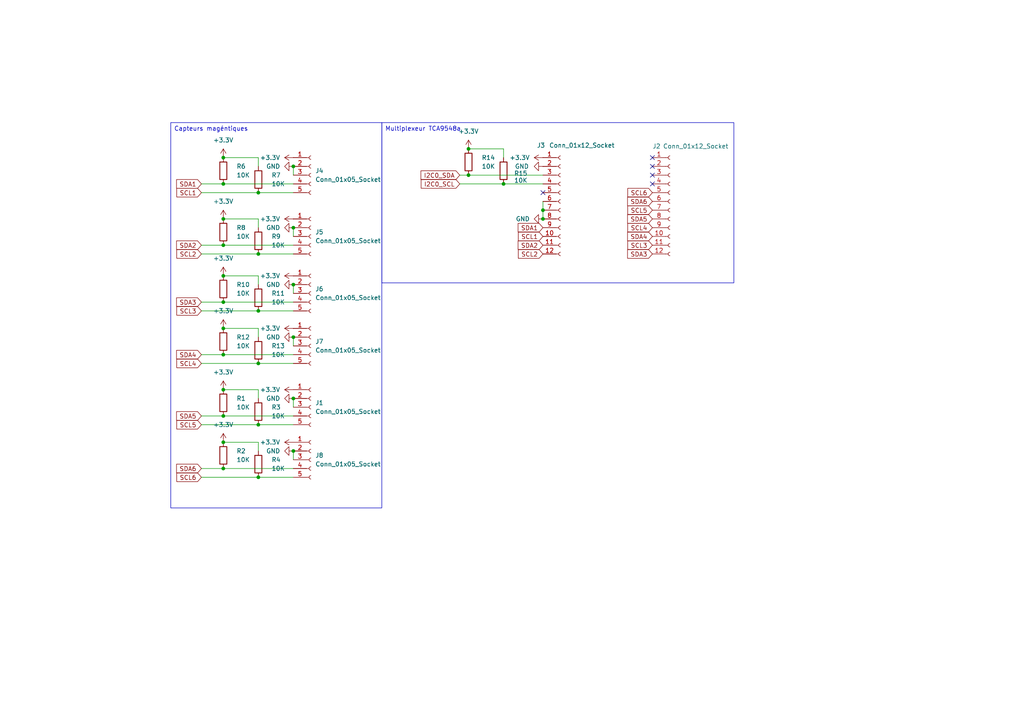
<source format=kicad_sch>
(kicad_sch (version 20250114) (generator "eeschema") (generator_version "9.0")
  (paper "A4")
  (lib_symbols
    (symbol "Connector:Conn_01x05_Socket" (pin_names (offset 1.016) (hide yes))
      (property "Reference" "J" (at 0 7.62 0))
      (property "Value" "Conn_01x05_Socket" (at 0 -7.62 0))
      (symbol "Conn_01x05_Socket_1_1"
        (polyline (pts (xy -1.27 5.08) (xy -0.508 5.08)) (stroke (width 0.1524)))
        (polyline (pts (xy -1.27 2.54) (xy -0.508 2.54)) (stroke (width 0.1524)))
        (polyline (pts (xy -1.27 0) (xy -0.508 0)) (stroke (width 0.1524)))
        (polyline (pts (xy -1.27 -2.54) (xy -0.508 -2.54)) (stroke (width 0.1524)))
        (polyline (pts (xy -1.27 -5.08) (xy -0.508 -5.08)) (stroke (width 0.1524)))
        (arc (start 0 4.572) (mid -0.5058 5.08) (end 0 5.588) (stroke (width 0.1524)))
        (arc (start 0 2.032) (mid -0.5058 2.54) (end 0 3.048) (stroke (width 0.1524)))
        (arc (start 0 -0.508) (mid -0.5058 0) (end 0 0.508) (stroke (width 0.1524)))
        (arc (start 0 -3.048) (mid -0.5058 -2.54) (end 0 -2.032) (stroke (width 0.1524)))
        (arc (start 0 -5.588) (mid -0.5058 -5.08) (end 0 -4.572) (stroke (width 0.1524)))
        (pin passive line (at -5.08 5.08 0) (length 3.81) (name "Pin_1") (number "1"))
        (pin passive line (at -5.08 2.54 0) (length 3.81) (name "Pin_2") (number "2"))
        (pin passive line (at -5.08 0 0) (length 3.81) (name "Pin_3") (number "3"))
        (pin passive line (at -5.08 -2.54 0) (length 3.81) (name "Pin_4") (number "4"))
        (pin passive line (at -5.08 -5.08 0) (length 3.81) (name "Pin_5") (number "5"))
      )
    )
    (symbol "Connector:Conn_01x12_Socket" (pin_names (offset 1.016) (hide yes))
      (property "Reference" "J" (at 0 15.24 0))
      (property "Value" "Conn_01x12_Socket" (at 0 -17.78 0))
      (symbol "Conn_01x12_Socket_1_1"
        (polyline (pts (xy -1.27 12.7) (xy -0.508 12.7)) (stroke (width 0.1524)))
        (polyline (pts (xy -1.27 10.16) (xy -0.508 10.16)) (stroke (width 0.1524)))
        (polyline (pts (xy -1.27 7.62) (xy -0.508 7.62)) (stroke (width 0.1524)))
        (polyline (pts (xy -1.27 5.08) (xy -0.508 5.08)) (stroke (width 0.1524)))
        (polyline (pts (xy -1.27 2.54) (xy -0.508 2.54)) (stroke (width 0.1524)))
        (polyline (pts (xy -1.27 0) (xy -0.508 0)) (stroke (width 0.1524)))
        (polyline (pts (xy -1.27 -2.54) (xy -0.508 -2.54)) (stroke (width 0.1524)))
        (polyline (pts (xy -1.27 -5.08) (xy -0.508 -5.08)) (stroke (width 0.1524)))
        (polyline (pts (xy -1.27 -7.62) (xy -0.508 -7.62)) (stroke (width 0.1524)))
        (polyline (pts (xy -1.27 -10.16) (xy -0.508 -10.16)) (stroke (width 0.1524)))
        (polyline (pts (xy -1.27 -12.7) (xy -0.508 -12.7)) (stroke (width 0.1524)))
        (polyline (pts (xy -1.27 -15.24) (xy -0.508 -15.24)) (stroke (width 0.1524)))
        (arc (start 0 12.192) (mid -0.5058 12.7) (end 0 13.208) (stroke (width 0.1524)))
        (arc (start 0 9.652) (mid -0.5058 10.16) (end 0 10.668) (stroke (width 0.1524)))
        (arc (start 0 7.112) (mid -0.5058 7.62) (end 0 8.128) (stroke (width 0.1524)))
        (arc (start 0 4.572) (mid -0.5058 5.08) (end 0 5.588) (stroke (width 0.1524)))
        (arc (start 0 2.032) (mid -0.5058 2.54) (end 0 3.048) (stroke (width 0.1524)))
        (arc (start 0 -0.508) (mid -0.5058 0) (end 0 0.508) (stroke (width 0.1524)))
        (arc (start 0 -3.048) (mid -0.5058 -2.54) (end 0 -2.032) (stroke (width 0.1524)))
        (arc (start 0 -5.588) (mid -0.5058 -5.08) (end 0 -4.572) (stroke (width 0.1524)))
        (arc (start 0 -8.128) (mid -0.5058 -7.62) (end 0 -7.112) (stroke (width 0.1524)))
        (arc (start 0 -10.668) (mid -0.5058 -10.16) (end 0 -9.652) (stroke (width 0.1524)))
        (arc (start 0 -13.208) (mid -0.5058 -12.7) (end 0 -12.192) (stroke (width 0.1524)))
        (arc (start 0 -15.748) (mid -0.5058 -15.24) (end 0 -14.732) (stroke (width 0.1524)))
        (pin passive line (at -5.08 12.7 0) (length 3.81) (name "Pin_1") (number "1"))
        (pin passive line (at -5.08 10.16 0) (length 3.81) (name "Pin_2") (number "2"))
        (pin passive line (at -5.08 7.62 0) (length 3.81) (name "Pin_3") (number "3"))
        (pin passive line (at -5.08 5.08 0) (length 3.81) (name "Pin_4") (number "4"))
        (pin passive line (at -5.08 2.54 0) (length 3.81) (name "Pin_5") (number "5"))
        (pin passive line (at -5.08 0 0) (length 3.81) (name "Pin_6") (number "6"))
        (pin passive line (at -5.08 -2.54 0) (length 3.81) (name "Pin_7") (number "7"))
        (pin passive line (at -5.08 -5.08 0) (length 3.81) (name "Pin_8") (number "8"))
        (pin passive line (at -5.08 -7.62 0) (length 3.81) (name "Pin_9") (number "9"))
        (pin passive line (at -5.08 -10.16 0) (length 3.81) (name "Pin_10") (number "10"))
        (pin passive line (at -5.08 -12.7 0) (length 3.81) (name "Pin_11") (number "11"))
        (pin passive line (at -5.08 -15.24 0) (length 3.81) (name "Pin_12") (number "12"))
      )
    )
    (symbol "Device:R" (pin_numbers (hide yes)) (pin_names (offset 0))
      (property "Reference" "R" (at 2.032 0 90))
      (property "Value" "R" (at 0 0 90))
      (symbol "R_0_1"
        (rectangle (start -1.016 -2.54) (end 1.016 2.54) (stroke (width 0.254)))
      )
      (symbol "R_1_1"
        (pin passive line (at 0 3.81 270) (length 1.27) (name "~") (number "1"))
        (pin passive line (at 0 -3.81 90) (length 1.27) (name "~") (number "2"))
      )
    )
    (symbol "power:+3.3V" (power) (pin_numbers (hide yes)) (pin_names (offset 0) (hide yes))
      (property "Value" "+3.3V" (at 0 3.556 0))
      (symbol "+3.3V_0_1"
        (polyline (pts (xy -0.762 1.27) (xy 0 2.54)))
        (polyline (pts (xy 0 2.54) (xy 0.762 1.27)))
        (polyline (pts (xy 0 0) (xy 0 2.54)))
      )
      (symbol "+3.3V_1_1"
        (pin power_in line (at 0 0 90) (length 0) (name "~") (number "1"))
      )
    )
    (symbol "power:GND" (power) (pin_numbers (hide yes)) (pin_names (offset 0) (hide yes))
      (property "Value" "GND" (at 0 -3.81 0))
      (symbol "GND_0_1"
        (polyline (pts (xy 0 0) (xy 0 -1.27) (xy 1.27 -1.27) (xy 0 -2.54) (xy -1.27 -1.27) (xy 0 -1.27)))
      )
      (symbol "GND_1_1"
        (pin power_in line (at 0 0 270) (length 0) (name "~") (number "1"))
      )
    )
  )
  (text_box "Multiplexeur TCA9548a" (at 110.744 35.56 0) (size 102.108 46.482) (margins 0.9525 0.9525 0.9525 0.9525) (effects (font (size 1.27 1.27)) (justify left top)))
  (text_box "Capteurs magéntiques" (at 49.53 35.56 0) (size 61.214 111.76) (margins 0.9525 0.9525 0.9525 0.9525) (effects (font (size 1.27 1.27)) (justify left top)))
  (junction (at 64.77 45.72))
  (junction (at 74.93 55.88))
  (junction (at 85.09 130.81))
  (junction (at 74.93 73.66))
  (junction (at 74.93 90.17))
  (junction (at 74.93 123.19))
  (junction (at 64.77 53.34))
  (junction (at 64.77 120.65))
  (junction (at 85.09 82.55))
  (junction (at 64.77 135.89))
  (junction (at 85.09 115.57))
  (junction (at 64.77 95.25))
  (junction (at 135.89 43.18))
  (junction (at 64.77 102.87))
  (junction (at 146.05 53.34))
  (junction (at 85.09 48.26))
  (junction (at 64.77 80.01))
  (junction (at 64.77 128.27))
  (junction (at 85.09 97.79))
  (junction (at 85.09 66.04))
  (junction (at 64.77 71.12))
  (junction (at 74.93 105.41))
  (junction (at 157.48 60.96))
  (junction (at 135.89 50.8))
  (junction (at 64.77 87.63))
  (junction (at 64.77 113.03))
  (junction (at 157.48 63.5))
  (junction (at 64.77 63.5))
  (junction (at 74.93 138.43))
  (no_connect (at 189.23 48.26))
  (no_connect (at 189.23 50.8))
  (no_connect (at 157.48 55.88))
  (no_connect (at 189.23 45.72))
  (no_connect (at 189.23 53.34))
  (wire (pts (xy 58.42 105.41) (xy 74.93 105.41)))
  (wire (pts (xy 58.42 90.17) (xy 74.93 90.17)))
  (wire (pts (xy 85.09 97.79) (xy 85.09 100.33)))
  (wire (pts (xy 74.93 138.43) (xy 85.09 138.43)))
  (wire (pts (xy 64.77 87.63) (xy 85.09 87.63)))
  (wire (pts (xy 85.09 82.55) (xy 85.09 85.09)))
  (wire (pts (xy 74.93 105.41) (xy 85.09 105.41)))
  (wire (pts (xy 157.48 60.96) (xy 157.48 63.5)))
  (wire (pts (xy 58.42 87.63) (xy 64.77 87.63)))
  (wire (pts (xy 157.48 58.42) (xy 157.48 60.96)))
  (wire (pts (xy 64.77 53.34) (xy 85.09 53.34)))
  (wire (pts (xy 64.77 128.27) (xy 74.93 128.27)))
  (wire (pts (xy 85.09 66.04) (xy 85.09 68.58)))
  (wire (pts (xy 85.09 130.81) (xy 85.09 133.35)))
  (wire (pts (xy 74.93 113.03) (xy 74.93 115.57)))
  (wire (pts (xy 74.93 128.27) (xy 74.93 130.81)))
  (wire (pts (xy 64.77 63.5) (xy 74.93 63.5)))
  (wire (pts (xy 64.77 102.87) (xy 85.09 102.87)))
  (wire (pts (xy 58.42 102.87) (xy 64.77 102.87)))
  (wire (pts (xy 64.77 120.65) (xy 85.09 120.65)))
  (wire (pts (xy 133.35 50.8) (xy 135.89 50.8)))
  (wire (pts (xy 58.42 55.88) (xy 74.93 55.88)))
  (wire (pts (xy 74.93 55.88) (xy 85.09 55.88)))
  (wire (pts (xy 146.05 53.34) (xy 157.48 53.34)))
  (wire (pts (xy 74.93 95.25) (xy 74.93 97.79)))
  (wire (pts (xy 58.42 123.19) (xy 74.93 123.19)))
  (wire (pts (xy 85.09 115.57) (xy 85.09 118.11)))
  (wire (pts (xy 58.42 138.43) (xy 74.93 138.43)))
  (wire (pts (xy 64.77 45.72) (xy 74.93 45.72)))
  (wire (pts (xy 64.77 71.12) (xy 85.09 71.12)))
  (wire (pts (xy 58.42 53.34) (xy 64.77 53.34)))
  (wire (pts (xy 74.93 123.19) (xy 85.09 123.19)))
  (wire (pts (xy 58.42 120.65) (xy 64.77 120.65)))
  (wire (pts (xy 133.35 53.34) (xy 146.05 53.34)))
  (wire (pts (xy 74.93 45.72) (xy 74.93 48.26)))
  (wire (pts (xy 146.05 43.18) (xy 146.05 45.72)))
  (wire (pts (xy 58.42 71.12) (xy 64.77 71.12)))
  (wire (pts (xy 64.77 80.01) (xy 74.93 80.01)))
  (wire (pts (xy 64.77 135.89) (xy 85.09 135.89)))
  (wire (pts (xy 74.93 90.17) (xy 85.09 90.17)))
  (wire (pts (xy 64.77 113.03) (xy 74.93 113.03)))
  (wire (pts (xy 74.93 80.01) (xy 74.93 82.55)))
  (wire (pts (xy 85.09 48.26) (xy 85.09 50.8)))
  (wire (pts (xy 58.42 73.66) (xy 74.93 73.66)))
  (wire (pts (xy 74.93 73.66) (xy 85.09 73.66)))
  (wire (pts (xy 58.42 135.89) (xy 64.77 135.89)))
  (wire (pts (xy 74.93 63.5) (xy 74.93 66.04)))
  (wire (pts (xy 64.77 95.25) (xy 74.93 95.25)))
  (wire (pts (xy 135.89 43.18) (xy 146.05 43.18)))
  (wire (pts (xy 135.89 50.8) (xy 157.48 50.8)))
  (global_label "SCL5" (shape input) (at 189.23 60.96 180) (property "Intersheetrefs" "${INTERSHEET_REFS}" (effects (hide yes))))
  (global_label "SDA3" (shape input) (at 58.42 87.63 180) (property "Intersheetrefs" "${INTERSHEET_REFS}" (effects (hide yes))))
  (global_label "SCL3" (shape input) (at 58.42 90.17 180) (property "Intersheetrefs" "${INTERSHEET_REFS}" (effects (hide yes))))
  (global_label "SDA6" (shape input) (at 58.42 135.89 180) (property "Intersheetrefs" "${INTERSHEET_REFS}" (effects (hide yes))))
  (global_label "SDA4" (shape input) (at 189.23 68.58 180) (property "Intersheetrefs" "${INTERSHEET_REFS}" (effects (hide yes))))
  (global_label "SCL2" (shape input) (at 157.48 73.66 180) (property "Intersheetrefs" "${INTERSHEET_REFS}" (effects (hide yes))))
  (global_label "I2C0_SDA" (shape input) (at 133.35 50.8 180) (property "Intersheetrefs" "${INTERSHEET_REFS}" (effects (hide yes))))
  (global_label "SCL4" (shape input) (at 189.23 66.04 180) (property "Intersheetrefs" "${INTERSHEET_REFS}" (effects (hide yes))))
  (global_label "SCL5" (shape input) (at 58.42 123.19 180) (property "Intersheetrefs" "${INTERSHEET_REFS}" (effects (hide yes))))
  (global_label "I2C0_SCL" (shape input) (at 133.35 53.34 180) (property "Intersheetrefs" "${INTERSHEET_REFS}" (effects (hide yes))))
  (global_label "SCL1" (shape input) (at 157.48 68.58 180) (property "Intersheetrefs" "${INTERSHEET_REFS}" (effects (hide yes))))
  (global_label "SDA4" (shape input) (at 58.42 102.87 180) (property "Intersheetrefs" "${INTERSHEET_REFS}" (effects (hide yes))))
  (global_label "SDA2" (shape input) (at 58.42 71.12 180) (property "Intersheetrefs" "${INTERSHEET_REFS}" (effects (hide yes))))
  (global_label "SDA6" (shape input) (at 189.23 58.42 180) (property "Intersheetrefs" "${INTERSHEET_REFS}" (effects (hide yes))))
  (global_label "SDA5" (shape input) (at 189.23 63.5 180) (property "Intersheetrefs" "${INTERSHEET_REFS}" (effects (hide yes))))
  (global_label "SCL6" (shape input) (at 189.23 55.88 180) (property "Intersheetrefs" "${INTERSHEET_REFS}" (effects (hide yes))))
  (global_label "SCL6" (shape input) (at 58.42 138.43 180) (property "Intersheetrefs" "${INTERSHEET_REFS}" (effects (hide yes))))
  (global_label "SDA3" (shape input) (at 189.23 73.66 180) (property "Intersheetrefs" "${INTERSHEET_REFS}" (effects (hide yes))))
  (global_label "SCL3" (shape input) (at 189.23 71.12 180) (property "Intersheetrefs" "${INTERSHEET_REFS}" (effects (hide yes))))
  (global_label "SDA2" (shape input) (at 157.48 71.12 180) (property "Intersheetrefs" "${INTERSHEET_REFS}" (effects (hide yes))))
  (global_label "SDA1" (shape input) (at 58.42 53.34 180) (property "Intersheetrefs" "${INTERSHEET_REFS}" (effects (hide yes))))
  (global_label "SCL1" (shape input) (at 58.42 55.88 180) (property "Intersheetrefs" "${INTERSHEET_REFS}" (effects (hide yes))))
  (global_label "SDA1" (shape input) (at 157.48 66.04 180) (property "Intersheetrefs" "${INTERSHEET_REFS}" (effects (hide yes))))
  (global_label "SCL2" (shape input) (at 58.42 73.66 180) (property "Intersheetrefs" "${INTERSHEET_REFS}" (effects (hide yes))))
  (global_label "SCL4" (shape input) (at 58.42 105.41 180) (property "Intersheetrefs" "${INTERSHEET_REFS}" (effects (hide yes))))
  (global_label "SDA5" (shape input) (at 58.42 120.65 180) (property "Intersheetrefs" "${INTERSHEET_REFS}" (effects (hide yes))))
  (symbol (lib_id "power:GND") (at 85.09 130.81 270) (unit 1)
    (property "Reference" "#PWR017" (effects (hide yes)))
    (property "Value" "GND" (at 81.28 130.8099 90) (effects (justify right)))
    (property "Description" "Power symbol creates a global label with name \"GND\" , ground" (effects (hide yes)))
  )
  (symbol (lib_id "power:+3.3V") (at 157.48 45.72 90) (unit 1)
    (property "Reference" "#PWR05" (effects (hide yes)))
    (property "Value" "+3.3V" (at 153.67 45.7199 90) (effects (justify left)))
    (property "Description" "Power symbol creates a global label with name \"+3.3V\"" (effects (hide yes)))
  )
  (symbol (lib_id "Device:R") (at 64.77 67.31 0) (unit 1)
    (property "Reference" "R8" (at 68.58 66.0399 0) (effects (justify left)))
    (property "Value" "10K" (at 68.58 68.5799 0) (effects (justify left)))
    (property "Footprint" "Resistor_SMD:R_1206_3216Metric" (effects (hide yes)))
    (property "Description" "Resistor" (effects (hide yes)))
  )
  (symbol (lib_id "power:+3.3V") (at 64.77 63.5 0) (unit 1)
    (property "Reference" "#PWR031" (effects (hide yes)))
    (property "Value" "+3.3V" (at 64.77 58.42 0))
    (property "Description" "Power symbol creates a global label with name \"+3.3V\"" (effects (hide yes)))
  )
  (symbol (lib_id "power:+3.3V") (at 85.09 80.01 90) (unit 1)
    (property "Reference" "#PWR010" (effects (hide yes)))
    (property "Value" "+3.3V" (at 81.28 80.0099 90) (effects (justify left)))
    (property "Description" "Power symbol creates a global label with name \"+3.3V\"" (effects (hide yes)))
  )
  (symbol (lib_id "power:GND") (at 85.09 115.57 270) (unit 1)
    (property "Reference" "#PWR015" (effects (hide yes)))
    (property "Value" "GND" (at 81.28 115.5699 90) (effects (justify right)))
    (property "Description" "Power symbol creates a global label with name \"GND\" , ground" (effects (hide yes)))
  )
  (symbol (lib_id "power:GND") (at 85.09 82.55 270) (unit 1)
    (property "Reference" "#PWR011" (effects (hide yes)))
    (property "Value" "GND" (at 81.28 82.5499 90) (effects (justify right)))
    (property "Description" "Power symbol creates a global label with name \"GND\" , ground" (effects (hide yes)))
  )
  (symbol (lib_id "Device:R") (at 74.93 134.62 0) (unit 1)
    (property "Reference" "R4" (at 78.74 133.3499 0) (effects (justify left)))
    (property "Value" "10K" (at 78.74 135.8899 0) (effects (justify left)))
    (property "Footprint" "Resistor_SMD:R_1206_3216Metric" (effects (hide yes)))
    (property "Description" "Resistor" (effects (hide yes)))
  )
  (symbol (lib_id "Connector:Conn_01x05_Socket") (at 90.17 85.09 0) (unit 1)
    (property "Reference" "J6" (at 91.44 83.8199 0) (effects (justify left)))
    (property "Value" "Conn_01x05_Socket" (at 91.44 86.3599 0) (effects (justify left)))
    (property "Footprint" "Connector_JST:JST_EH_B5B-EH-A_1x05_P2.50mm_Vertical" (effects (hide yes)))
    (property "Description" "Generic connector, single row, 01x05, script generated" (effects (hide yes)))
  )
  (symbol (lib_id "power:GND") (at 157.48 63.5 270) (unit 1)
    (property "Reference" "#PWR03" (effects (hide yes)))
    (property "Value" "GND" (at 153.67 63.4999 90) (effects (justify right)))
    (property "Description" "Power symbol creates a global label with name \"GND\" , ground" (effects (hide yes)))
  )
  (symbol (lib_id "Device:R") (at 135.89 46.99 0) (unit 1)
    (property "Reference" "R14" (at 139.7 45.7199 0) (effects (justify left)))
    (property "Value" "10K" (at 139.7 48.2599 0) (effects (justify left)))
    (property "Footprint" "Resistor_SMD:R_1206_3216Metric" (effects (hide yes)))
    (property "Description" "Resistor" (effects (hide yes)))
  )
  (symbol (lib_id "power:+3.3V") (at 85.09 45.72 90) (unit 1)
    (property "Reference" "#PWR06" (effects (hide yes)))
    (property "Value" "+3.3V" (at 81.28 45.7199 90) (effects (justify left)))
    (property "Description" "Power symbol creates a global label with name \"+3.3V\"" (effects (hide yes)))
  )
  (symbol (lib_id "power:+3.3V") (at 64.77 45.72 0) (unit 1)
    (property "Reference" "#PWR030" (effects (hide yes)))
    (property "Value" "+3.3V" (at 64.77 40.64 0))
    (property "Description" "Power symbol creates a global label with name \"+3.3V\"" (effects (hide yes)))
  )
  (symbol (lib_id "Connector:Conn_01x12_Socket") (at 194.31 58.42 0) (unit 1)
    (property "Reference" "J2" (at 189.23 42.418 0) (effects (justify left)))
    (property "Value" "Conn_01x12_Socket" (at 192.278 42.418 0) (effects (justify left)))
    (property "Footprint" "Connector_PinHeader_2.54mm:PinHeader_1x12_P2.54mm_Vertical" (effects (hide yes)))
    (property "Description" "Generic connector, single row, 01x12, script generated" (effects (hide yes)))
  )
  (symbol (lib_id "power:+3.3V") (at 64.77 80.01 0) (unit 1)
    (property "Reference" "#PWR032" (effects (hide yes)))
    (property "Value" "+3.3V" (at 64.77 74.93 0))
    (property "Description" "Power symbol creates a global label with name \"+3.3V\"" (effects (hide yes)))
  )
  (symbol (lib_id "Connector:Conn_01x05_Socket") (at 90.17 118.11 0) (unit 1)
    (property "Reference" "J1" (at 91.44 116.8399 0) (effects (justify left)))
    (property "Value" "Conn_01x05_Socket" (at 91.44 119.3799 0) (effects (justify left)))
    (property "Footprint" "Connector_JST:JST_EH_B5B-EH-A_1x05_P2.50mm_Vertical" (effects (hide yes)))
    (property "Description" "Generic connector, single row, 01x05, script generated" (effects (hide yes)))
  )
  (symbol (lib_id "power:+3.3V") (at 64.77 95.25 0) (unit 1)
    (property "Reference" "#PWR033" (effects (hide yes)))
    (property "Value" "+3.3V" (at 64.77 90.17 0))
    (property "Description" "Power symbol creates a global label with name \"+3.3V\"" (effects (hide yes)))
  )
  (symbol (lib_id "power:+3.3V") (at 64.77 128.27 0) (unit 1)
    (property "Reference" "#PWR02" (effects (hide yes)))
    (property "Value" "+3.3V" (at 64.77 123.19 0))
    (property "Description" "Power symbol creates a global label with name \"+3.3V\"" (effects (hide yes)))
  )
  (symbol (lib_id "power:+3.3V") (at 64.77 113.03 0) (unit 1)
    (property "Reference" "#PWR01" (effects (hide yes)))
    (property "Value" "+3.3V" (at 64.77 107.95 0))
    (property "Description" "Power symbol creates a global label with name \"+3.3V\"" (effects (hide yes)))
  )
  (symbol (lib_id "Device:R") (at 64.77 99.06 0) (unit 1)
    (property "Reference" "R12" (at 68.58 97.7899 0) (effects (justify left)))
    (property "Value" "10K" (at 68.58 100.3299 0) (effects (justify left)))
    (property "Footprint" "Resistor_SMD:R_1206_3216Metric" (effects (hide yes)))
    (property "Description" "Resistor" (effects (hide yes)))
  )
  (symbol (lib_id "power:GND") (at 85.09 66.04 270) (unit 1)
    (property "Reference" "#PWR09" (effects (hide yes)))
    (property "Value" "GND" (at 81.28 66.0399 90) (effects (justify right)))
    (property "Description" "Power symbol creates a global label with name \"GND\" , ground" (effects (hide yes)))
  )
  (symbol (lib_id "Connector:Conn_01x05_Socket") (at 90.17 50.8 0) (unit 1)
    (property "Reference" "J4" (at 91.44 49.5299 0) (effects (justify left)))
    (property "Value" "Conn_01x05_Socket" (at 91.44 52.0699 0) (effects (justify left)))
    (property "Footprint" "Connector_JST:JST_EH_B5B-EH-A_1x05_P2.50mm_Vertical" (effects (hide yes)))
    (property "Description" "Generic connector, single row, 01x05, script generated" (effects (hide yes)))
  )
  (symbol (lib_id "Connector:Conn_01x12_Socket") (at 162.56 58.42 0) (unit 1)
    (property "Reference" "J3" (at 155.702 42.164 0) (effects (justify left)))
    (property "Value" "Conn_01x12_Socket" (at 159.258 42.164 0) (effects (justify left)))
    (property "Footprint" "Connector_PinHeader_2.54mm:PinHeader_1x12_P2.54mm_Vertical" (effects (hide yes)))
    (property "Description" "Generic connector, single row, 01x12, script generated" (effects (hide yes)))
  )
  (symbol (lib_id "power:+3.3V") (at 85.09 63.5 90) (unit 1)
    (property "Reference" "#PWR08" (effects (hide yes)))
    (property "Value" "+3.3V" (at 81.28 63.4999 90) (effects (justify left)))
    (property "Description" "Power symbol creates a global label with name \"+3.3V\"" (effects (hide yes)))
  )
  (symbol (lib_id "Connector:Conn_01x05_Socket") (at 90.17 100.33 0) (unit 1)
    (property "Reference" "J7" (at 91.44 99.0599 0) (effects (justify left)))
    (property "Value" "Conn_01x05_Socket" (at 91.44 101.5999 0) (effects (justify left)))
    (property "Footprint" "Connector_JST:JST_EH_B5B-EH-A_1x05_P2.50mm_Vertical" (effects (hide yes)))
    (property "Description" "Generic connector, single row, 01x05, script generated" (effects (hide yes)))
  )
  (symbol (lib_id "Device:R") (at 74.93 119.38 0) (unit 1)
    (property "Reference" "R3" (at 78.74 118.1099 0) (effects (justify left)))
    (property "Value" "10K" (at 78.74 120.6499 0) (effects (justify left)))
    (property "Footprint" "Resistor_SMD:R_1206_3216Metric" (effects (hide yes)))
    (property "Description" "Resistor" (effects (hide yes)))
  )
  (symbol (lib_id "power:GND") (at 85.09 97.79 270) (unit 1)
    (property "Reference" "#PWR013" (effects (hide yes)))
    (property "Value" "GND" (at 81.28 97.7899 90) (effects (justify right)))
    (property "Description" "Power symbol creates a global label with name \"GND\" , ground" (effects (hide yes)))
  )
  (symbol (lib_id "power:GND") (at 157.48 48.26 270) (unit 1)
    (property "Reference" "#PWR04" (effects (hide yes)))
    (property "Value" "GND" (at 153.416 48.26 90) (effects (justify right)))
    (property "Description" "Power symbol creates a global label with name \"GND\" , ground" (effects (hide yes)))
  )
  (symbol (lib_id "Device:R") (at 74.93 69.85 0) (unit 1)
    (property "Reference" "R9" (at 78.74 68.5799 0) (effects (justify left)))
    (property "Value" "10K" (at 78.74 71.1199 0) (effects (justify left)))
    (property "Footprint" "Resistor_SMD:R_1206_3216Metric" (effects (hide yes)))
    (property "Description" "Resistor" (effects (hide yes)))
  )
  (symbol (lib_id "Connector:Conn_01x05_Socket") (at 90.17 133.35 0) (unit 1)
    (property "Reference" "J8" (at 91.44 132.0799 0) (effects (justify left)))
    (property "Value" "Conn_01x05_Socket" (at 91.44 134.6199 0) (effects (justify left)))
    (property "Footprint" "Connector_JST:JST_EH_B5B-EH-A_1x05_P2.50mm_Vertical" (effects (hide yes)))
    (property "Description" "Generic connector, single row, 01x05, script generated" (effects (hide yes)))
  )
  (symbol (lib_id "Device:R") (at 74.93 86.36 0) (unit 1)
    (property "Reference" "R11" (at 78.74 85.0899 0) (effects (justify left)))
    (property "Value" "10K" (at 78.74 87.6299 0) (effects (justify left)))
    (property "Footprint" "Resistor_SMD:R_1206_3216Metric" (effects (hide yes)))
    (property "Description" "Resistor" (effects (hide yes)))
  )
  (symbol (lib_id "power:+3.3V") (at 135.89 43.18 0) (unit 1)
    (property "Reference" "#PWR034" (effects (hide yes)))
    (property "Value" "+3.3V" (at 135.89 38.1 0))
    (property "Description" "Power symbol creates a global label with name \"+3.3V\"" (effects (hide yes)))
  )
  (symbol (lib_id "power:+3.3V") (at 85.09 113.03 90) (unit 1)
    (property "Reference" "#PWR014" (effects (hide yes)))
    (property "Value" "+3.3V" (at 81.28 113.0299 90) (effects (justify left)))
    (property "Description" "Power symbol creates a global label with name \"+3.3V\"" (effects (hide yes)))
  )
  (symbol (lib_id "Device:R") (at 74.93 52.07 0) (unit 1)
    (property "Reference" "R7" (at 78.74 50.7999 0) (effects (justify left)))
    (property "Value" "10K" (at 78.74 53.3399 0) (effects (justify left)))
    (property "Footprint" "Resistor_SMD:R_1206_3216Metric" (effects (hide yes)))
    (property "Description" "Resistor" (effects (hide yes)))
  )
  (symbol (lib_id "power:+3.3V") (at 85.09 128.27 90) (unit 1)
    (property "Reference" "#PWR016" (effects (hide yes)))
    (property "Value" "+3.3V" (at 81.28 128.2699 90) (effects (justify left)))
    (property "Description" "Power symbol creates a global label with name \"+3.3V\"" (effects (hide yes)))
  )
  (symbol (lib_id "power:+3.3V") (at 85.09 95.25 90) (unit 1)
    (property "Reference" "#PWR012" (effects (hide yes)))
    (property "Value" "+3.3V" (at 81.28 95.2499 90) (effects (justify left)))
    (property "Description" "Power symbol creates a global label with name \"+3.3V\"" (effects (hide yes)))
  )
  (symbol (lib_id "Device:R") (at 146.05 49.53 0) (unit 1)
    (property "Reference" "R15" (at 149.098 50.292 0) (effects (justify left)))
    (property "Value" "10K" (at 149.098 52.324 0) (effects (justify left)))
    (property "Footprint" "Resistor_SMD:R_1206_3216Metric" (effects (hide yes)))
    (property "Description" "Resistor" (effects (hide yes)))
  )
  (symbol (lib_id "Device:R") (at 64.77 49.53 0) (unit 1)
    (property "Reference" "R6" (at 68.58 48.2599 0) (effects (justify left)))
    (property "Value" "10K" (at 68.58 50.7999 0) (effects (justify left)))
    (property "Footprint" "Resistor_SMD:R_1206_3216Metric" (effects (hide yes)))
    (property "Description" "Resistor" (effects (hide yes)))
  )
  (symbol (lib_id "Device:R") (at 64.77 116.84 0) (unit 1)
    (property "Reference" "R1" (at 68.58 115.5699 0) (effects (justify left)))
    (property "Value" "10K" (at 68.58 118.1099 0) (effects (justify left)))
    (property "Footprint" "Resistor_SMD:R_1206_3216Metric" (effects (hide yes)))
    (property "Description" "Resistor" (effects (hide yes)))
  )
  (symbol (lib_id "Device:R") (at 74.93 101.6 0) (unit 1)
    (property "Reference" "R13" (at 78.74 100.3299 0) (effects (justify left)))
    (property "Value" "10K" (at 78.74 102.8699 0) (effects (justify left)))
    (property "Footprint" "Resistor_SMD:R_1206_3216Metric" (effects (hide yes)))
    (property "Description" "Resistor" (effects (hide yes)))
  )
  (symbol (lib_id "Device:R") (at 64.77 83.82 0) (unit 1)
    (property "Reference" "R10" (at 68.58 82.5499 0) (effects (justify left)))
    (property "Value" "10K" (at 68.58 85.0899 0) (effects (justify left)))
    (property "Footprint" "Resistor_SMD:R_1206_3216Metric" (effects (hide yes)))
    (property "Description" "Resistor" (effects (hide yes)))
  )
  (symbol (lib_id "power:GND") (at 85.09 48.26 270) (unit 1)
    (property "Reference" "#PWR07" (effects (hide yes)))
    (property "Value" "GND" (at 81.28 48.2599 90) (effects (justify right)))
    (property "Description" "Power symbol creates a global label with name \"GND\" , ground" (effects (hide yes)))
  )
  (symbol (lib_id "Connector:Conn_01x05_Socket") (at 90.17 68.58 0) (unit 1)
    (property "Reference" "J5" (at 91.44 67.3099 0) (effects (justify left)))
    (property "Value" "Conn_01x05_Socket" (at 91.44 69.8499 0) (effects (justify left)))
    (property "Footprint" "Connector_JST:JST_EH_B5B-EH-A_1x05_P2.50mm_Vertical" (effects (hide yes)))
    (property "Description" "Generic connector, single row, 01x05, script generated" (effects (hide yes)))
  )
  (symbol (lib_id "Device:R") (at 64.77 132.08 0) (unit 1)
    (property "Reference" "R2" (at 68.58 130.8099 0) (effects (justify left)))
    (property "Value" "10K" (at 68.58 133.3499 0) (effects (justify left)))
    (property "Footprint" "Resistor_SMD:R_1206_3216Metric" (effects (hide yes)))
    (property "Description" "Resistor" (effects (hide yes)))
  )
)
</source>
